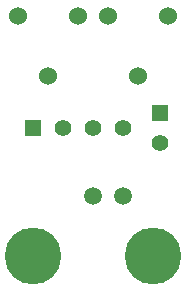
<source format=gts>
G04 (created by PCBNEW (2013-jul-07)-stable) date Mon 27 Jan 2014 06:07:48 NZDT*
%MOIN*%
G04 Gerber Fmt 3.4, Leading zero omitted, Abs format*
%FSLAX34Y34*%
G01*
G70*
G90*
G04 APERTURE LIST*
%ADD10C,0.00590551*%
%ADD11C,0.188976*%
%ADD12C,0.0590551*%
%ADD13C,0.06*%
%ADD14R,0.055X0.055*%
%ADD15C,0.055*%
G04 APERTURE END LIST*
G54D10*
G54D11*
X23000Y-14500D03*
X27000Y-14500D03*
G54D12*
X25000Y-12500D03*
X26000Y-12500D03*
G54D13*
X26500Y-8500D03*
X27500Y-6500D03*
X25500Y-6500D03*
X23500Y-8500D03*
X24500Y-6500D03*
X22500Y-6500D03*
G54D14*
X23000Y-10250D03*
G54D15*
X24000Y-10250D03*
X25000Y-10250D03*
X26000Y-10250D03*
G54D14*
X27250Y-9750D03*
G54D15*
X27250Y-10750D03*
M02*

</source>
